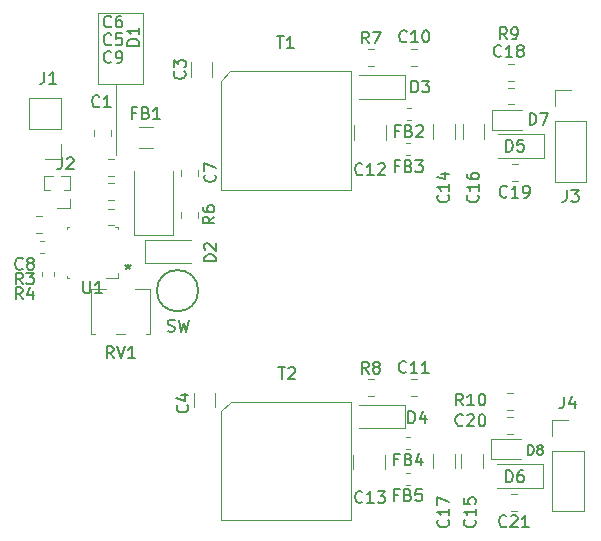
<source format=gbr>
G04 #@! TF.GenerationSoftware,KiCad,Pcbnew,5.1.5+dfsg1-2build2*
G04 #@! TF.CreationDate,2021-07-02T23:51:08+02:00*
G04 #@! TF.ProjectId,flyback_DCM,666c7962-6163-46b5-9f44-434d2e6b6963,rev?*
G04 #@! TF.SameCoordinates,Original*
G04 #@! TF.FileFunction,Legend,Top*
G04 #@! TF.FilePolarity,Positive*
%FSLAX46Y46*%
G04 Gerber Fmt 4.6, Leading zero omitted, Abs format (unit mm)*
G04 Created by KiCad (PCBNEW 5.1.5+dfsg1-2build2) date 2021-07-02 23:51:08*
%MOMM*%
%LPD*%
G04 APERTURE LIST*
%ADD10C,0.120000*%
%ADD11C,0.150000*%
G04 APERTURE END LIST*
D10*
X129000000Y-87000000D02*
X129000000Y-93000000D01*
X127500000Y-87000000D02*
X127500000Y-86750000D01*
X131250000Y-87000000D02*
X127500000Y-87000000D01*
X131250000Y-81000000D02*
X131250000Y-87000000D01*
X127500000Y-81000000D02*
X131250000Y-81000000D01*
X127500000Y-86750000D02*
X127500000Y-81000000D01*
X125110000Y-97510000D02*
X124000000Y-97510000D01*
X125110000Y-96750000D02*
X125110000Y-97510000D01*
X123436529Y-95990000D02*
X122890000Y-95990000D01*
X125110000Y-95990000D02*
X124563471Y-95990000D01*
X122890000Y-95990000D02*
X122890000Y-94785000D01*
X125110000Y-95990000D02*
X125110000Y-94785000D01*
X123692470Y-94785000D02*
X122890000Y-94785000D01*
X125110000Y-94785000D02*
X124307530Y-94785000D01*
X124330000Y-93370000D02*
X123000000Y-93370000D01*
X124330000Y-92040000D02*
X124330000Y-93370000D01*
X124330000Y-90770000D02*
X121670000Y-90770000D01*
X121670000Y-90770000D02*
X121670000Y-88170000D01*
X124330000Y-90770000D02*
X124330000Y-88170000D01*
X124330000Y-88170000D02*
X121670000Y-88170000D01*
X126862000Y-108120000D02*
X126862000Y-104380000D01*
X131902000Y-108120000D02*
X131902000Y-104380000D01*
X128142000Y-104380000D02*
X126862000Y-104380000D01*
X131902000Y-104380000D02*
X130622000Y-104380000D01*
X129742000Y-108120000D02*
X129022000Y-108120000D01*
X131902000Y-108120000D02*
X131522000Y-108120000D01*
X127242000Y-108120000D02*
X126862000Y-108120000D01*
X137874000Y-95985000D02*
X137874000Y-86715000D01*
X148874000Y-95985000D02*
X137874000Y-95985000D01*
X148874000Y-85915000D02*
X148874000Y-95985000D01*
X138674000Y-85915000D02*
X148874000Y-85915000D01*
X137874000Y-86715000D02*
X138674000Y-85915000D01*
X137900000Y-123940000D02*
X137900000Y-114670000D01*
X148900000Y-123940000D02*
X137900000Y-123940000D01*
X148900000Y-113870000D02*
X148900000Y-123940000D01*
X138700000Y-113870000D02*
X148900000Y-113870000D01*
X137900000Y-114670000D02*
X138700000Y-113870000D01*
X124849999Y-103200001D02*
X124849999Y-103400001D01*
X125049999Y-103400001D02*
X124849999Y-103400001D01*
X129150001Y-103400001D02*
X128150000Y-103400001D01*
X129150001Y-103000002D02*
X129150001Y-103400001D01*
X125049999Y-99099999D02*
X124849999Y-99099999D01*
X124849999Y-99099999D02*
X124849999Y-99299999D01*
X129150001Y-99099999D02*
X128950001Y-99099999D01*
X129150001Y-99099999D02*
X129150001Y-99299999D01*
X122740000Y-102874721D02*
X122740000Y-103200279D01*
X123760000Y-102874721D02*
X123760000Y-103200279D01*
X122875279Y-100240000D02*
X122549721Y-100240000D01*
X122875279Y-101260000D02*
X122549721Y-101260000D01*
X127148000Y-90841922D02*
X127148000Y-91359078D01*
X128568000Y-90841922D02*
X128568000Y-91359078D01*
X137160000Y-86352064D02*
X137160000Y-85147936D01*
X135340000Y-86352064D02*
X135340000Y-85147936D01*
X135590000Y-114352064D02*
X135590000Y-113147936D01*
X137410000Y-114352064D02*
X137410000Y-113147936D01*
X128800078Y-96812000D02*
X128282922Y-96812000D01*
X128800078Y-95392000D02*
X128282922Y-95392000D01*
X128800078Y-94780000D02*
X128282922Y-94780000D01*
X128800078Y-93360000D02*
X128282922Y-93360000D01*
X134514000Y-94758078D02*
X134514000Y-94240922D01*
X135934000Y-94758078D02*
X135934000Y-94240922D01*
X122704078Y-99606000D02*
X122186922Y-99606000D01*
X122704078Y-98186000D02*
X122186922Y-98186000D01*
X128800078Y-97540000D02*
X128282922Y-97540000D01*
X128800078Y-98960000D02*
X128282922Y-98960000D01*
X154508578Y-84040000D02*
X153991422Y-84040000D01*
X154508578Y-85460000D02*
X153991422Y-85460000D01*
X154471078Y-113410000D02*
X153953922Y-113410000D01*
X154471078Y-111990000D02*
X153953922Y-111990000D01*
X149140000Y-90497936D02*
X149140000Y-91702064D01*
X151860000Y-90497936D02*
X151860000Y-91702064D01*
X151810000Y-118397936D02*
X151810000Y-119602064D01*
X149090000Y-118397936D02*
X149090000Y-119602064D01*
X155840000Y-90397936D02*
X155840000Y-91602064D01*
X157660000Y-90397936D02*
X157660000Y-91602064D01*
X160060000Y-118297936D02*
X160060000Y-119502064D01*
X158240000Y-118297936D02*
X158240000Y-119502064D01*
X160160000Y-90397936D02*
X160160000Y-91602064D01*
X158340000Y-90397936D02*
X158340000Y-91602064D01*
X157660000Y-118297936D02*
X157660000Y-119502064D01*
X155840000Y-118297936D02*
X155840000Y-119502064D01*
X162178922Y-88710000D02*
X162696078Y-88710000D01*
X162178922Y-87290000D02*
X162696078Y-87290000D01*
X163008578Y-93790000D02*
X162491422Y-93790000D01*
X163008578Y-95210000D02*
X162491422Y-95210000D01*
X162128922Y-114610000D02*
X162646078Y-114610000D01*
X162128922Y-113190000D02*
X162646078Y-113190000D01*
X162946078Y-123110000D02*
X162428922Y-123110000D01*
X162946078Y-121690000D02*
X162428922Y-121690000D01*
X130526000Y-99788000D02*
X133826000Y-99788000D01*
X133826000Y-99788000D02*
X133826000Y-94388000D01*
X130526000Y-99788000D02*
X130526000Y-94388000D01*
X131450000Y-100182000D02*
X131450000Y-102182000D01*
X131450000Y-102182000D02*
X135350000Y-102182000D01*
X131450000Y-100182000D02*
X135350000Y-100182000D01*
X153500000Y-88250000D02*
X149600000Y-88250000D01*
X153500000Y-86250000D02*
X149600000Y-86250000D01*
X153500000Y-88250000D02*
X153500000Y-86250000D01*
X153450000Y-116150000D02*
X153450000Y-114150000D01*
X153450000Y-114150000D02*
X149550000Y-114150000D01*
X153450000Y-116150000D02*
X149550000Y-116150000D01*
X165250000Y-93250000D02*
X165250000Y-91250000D01*
X165250000Y-91250000D02*
X161350000Y-91250000D01*
X165250000Y-93250000D02*
X161350000Y-93250000D01*
X165150000Y-121200000D02*
X161250000Y-121200000D01*
X165150000Y-119200000D02*
X161250000Y-119200000D01*
X165150000Y-121200000D02*
X165150000Y-119200000D01*
X160800000Y-89150000D02*
X160800000Y-90850000D01*
X160800000Y-90850000D02*
X163350000Y-90850000D01*
X160800000Y-89150000D02*
X163350000Y-89150000D01*
X160750000Y-117050000D02*
X163300000Y-117050000D01*
X160750000Y-118750000D02*
X163300000Y-118750000D01*
X160750000Y-117050000D02*
X160750000Y-118750000D01*
X132140064Y-92440000D02*
X130935936Y-92440000D01*
X132140064Y-90620000D02*
X130935936Y-90620000D01*
X153950279Y-88990000D02*
X153624721Y-88990000D01*
X153950279Y-90010000D02*
X153624721Y-90010000D01*
X153912779Y-93010000D02*
X153587221Y-93010000D01*
X153912779Y-91990000D02*
X153587221Y-91990000D01*
X153900279Y-117910000D02*
X153574721Y-117910000D01*
X153900279Y-116890000D02*
X153574721Y-116890000D01*
X153862779Y-119890000D02*
X153537221Y-119890000D01*
X153862779Y-120910000D02*
X153537221Y-120910000D01*
X166170000Y-87530000D02*
X167500000Y-87530000D01*
X166170000Y-88860000D02*
X166170000Y-87530000D01*
X166170000Y-90130000D02*
X168830000Y-90130000D01*
X168830000Y-90130000D02*
X168830000Y-95270000D01*
X166170000Y-90130000D02*
X166170000Y-95270000D01*
X166170000Y-95270000D02*
X168830000Y-95270000D01*
X165920000Y-123170000D02*
X168580000Y-123170000D01*
X165920000Y-118030000D02*
X165920000Y-123170000D01*
X168580000Y-118030000D02*
X168580000Y-123170000D01*
X165920000Y-118030000D02*
X168580000Y-118030000D01*
X165920000Y-116760000D02*
X165920000Y-115430000D01*
X165920000Y-115430000D02*
X167250000Y-115430000D01*
X135934000Y-97796922D02*
X135934000Y-98314078D01*
X134514000Y-97796922D02*
X134514000Y-98314078D01*
X150303922Y-84040000D02*
X150821078Y-84040000D01*
X150303922Y-85460000D02*
X150821078Y-85460000D01*
X150291422Y-111990000D02*
X150808578Y-111990000D01*
X150291422Y-113410000D02*
X150808578Y-113410000D01*
X162696078Y-85290000D02*
X162178922Y-85290000D01*
X162696078Y-86710000D02*
X162178922Y-86710000D01*
X162646078Y-115190000D02*
X162128922Y-115190000D01*
X162646078Y-116610000D02*
X162128922Y-116610000D01*
D11*
X135958000Y-104484000D02*
G75*
G03X135958000Y-104484000I-1750000J0D01*
G01*
X124416666Y-93202380D02*
X124416666Y-93916666D01*
X124369047Y-94059523D01*
X124273809Y-94154761D01*
X124130952Y-94202380D01*
X124035714Y-94202380D01*
X124845238Y-93297619D02*
X124892857Y-93250000D01*
X124988095Y-93202380D01*
X125226190Y-93202380D01*
X125321428Y-93250000D01*
X125369047Y-93297619D01*
X125416666Y-93392857D01*
X125416666Y-93488095D01*
X125369047Y-93630952D01*
X124797619Y-94202380D01*
X125416666Y-94202380D01*
X122916666Y-85952380D02*
X122916666Y-86666666D01*
X122869047Y-86809523D01*
X122773809Y-86904761D01*
X122630952Y-86952380D01*
X122535714Y-86952380D01*
X123916666Y-86952380D02*
X123345238Y-86952380D01*
X123630952Y-86952380D02*
X123630952Y-85952380D01*
X123535714Y-86095238D01*
X123440476Y-86190476D01*
X123345238Y-86238095D01*
X128786761Y-110202380D02*
X128453428Y-109726190D01*
X128215333Y-110202380D02*
X128215333Y-109202380D01*
X128596285Y-109202380D01*
X128691523Y-109250000D01*
X128739142Y-109297619D01*
X128786761Y-109392857D01*
X128786761Y-109535714D01*
X128739142Y-109630952D01*
X128691523Y-109678571D01*
X128596285Y-109726190D01*
X128215333Y-109726190D01*
X129072476Y-109202380D02*
X129405809Y-110202380D01*
X129739142Y-109202380D01*
X130596285Y-110202380D02*
X130024857Y-110202380D01*
X130310571Y-110202380D02*
X130310571Y-109202380D01*
X130215333Y-109345238D01*
X130120095Y-109440476D01*
X130024857Y-109488095D01*
X142612095Y-82952380D02*
X143183523Y-82952380D01*
X142897809Y-83952380D02*
X142897809Y-82952380D01*
X144040666Y-83952380D02*
X143469238Y-83952380D01*
X143754952Y-83952380D02*
X143754952Y-82952380D01*
X143659714Y-83095238D01*
X143564476Y-83190476D01*
X143469238Y-83238095D01*
X142738095Y-110952380D02*
X143309523Y-110952380D01*
X143023809Y-111952380D02*
X143023809Y-110952380D01*
X143595238Y-111047619D02*
X143642857Y-111000000D01*
X143738095Y-110952380D01*
X143976190Y-110952380D01*
X144071428Y-111000000D01*
X144119047Y-111047619D01*
X144166666Y-111142857D01*
X144166666Y-111238095D01*
X144119047Y-111380952D01*
X143547619Y-111952380D01*
X144166666Y-111952380D01*
X126238095Y-103702380D02*
X126238095Y-104511904D01*
X126285714Y-104607142D01*
X126333333Y-104654761D01*
X126428571Y-104702380D01*
X126619047Y-104702380D01*
X126714285Y-104654761D01*
X126761904Y-104607142D01*
X126809523Y-104511904D01*
X126809523Y-103702380D01*
X127809523Y-104702380D02*
X127238095Y-104702380D01*
X127523809Y-104702380D02*
X127523809Y-103702380D01*
X127428571Y-103845238D01*
X127333333Y-103940476D01*
X127238095Y-103988095D01*
X130000000Y-102202380D02*
X130000000Y-102440476D01*
X129761904Y-102345238D02*
X130000000Y-102440476D01*
X130238095Y-102345238D01*
X129857142Y-102630952D02*
X130000000Y-102440476D01*
X130142857Y-102630952D01*
X121083333Y-105202380D02*
X120750000Y-104726190D01*
X120511904Y-105202380D02*
X120511904Y-104202380D01*
X120892857Y-104202380D01*
X120988095Y-104250000D01*
X121035714Y-104297619D01*
X121083333Y-104392857D01*
X121083333Y-104535714D01*
X121035714Y-104630952D01*
X120988095Y-104678571D01*
X120892857Y-104726190D01*
X120511904Y-104726190D01*
X121940476Y-104535714D02*
X121940476Y-105202380D01*
X121702380Y-104154761D02*
X121464285Y-104869047D01*
X122083333Y-104869047D01*
X121083333Y-103952380D02*
X120750000Y-103476190D01*
X120511904Y-103952380D02*
X120511904Y-102952380D01*
X120892857Y-102952380D01*
X120988095Y-103000000D01*
X121035714Y-103047619D01*
X121083333Y-103142857D01*
X121083333Y-103285714D01*
X121035714Y-103380952D01*
X120988095Y-103428571D01*
X120892857Y-103476190D01*
X120511904Y-103476190D01*
X121416666Y-102952380D02*
X122035714Y-102952380D01*
X121702380Y-103333333D01*
X121845238Y-103333333D01*
X121940476Y-103380952D01*
X121988095Y-103428571D01*
X122035714Y-103523809D01*
X122035714Y-103761904D01*
X121988095Y-103857142D01*
X121940476Y-103904761D01*
X121845238Y-103952380D01*
X121559523Y-103952380D01*
X121464285Y-103904761D01*
X121416666Y-103857142D01*
X127583333Y-88857142D02*
X127535714Y-88904761D01*
X127392857Y-88952380D01*
X127297619Y-88952380D01*
X127154761Y-88904761D01*
X127059523Y-88809523D01*
X127011904Y-88714285D01*
X126964285Y-88523809D01*
X126964285Y-88380952D01*
X127011904Y-88190476D01*
X127059523Y-88095238D01*
X127154761Y-88000000D01*
X127297619Y-87952380D01*
X127392857Y-87952380D01*
X127535714Y-88000000D01*
X127583333Y-88047619D01*
X128535714Y-88952380D02*
X127964285Y-88952380D01*
X128250000Y-88952380D02*
X128250000Y-87952380D01*
X128154761Y-88095238D01*
X128059523Y-88190476D01*
X127964285Y-88238095D01*
X134787142Y-85916666D02*
X134834761Y-85964285D01*
X134882380Y-86107142D01*
X134882380Y-86202380D01*
X134834761Y-86345238D01*
X134739523Y-86440476D01*
X134644285Y-86488095D01*
X134453809Y-86535714D01*
X134310952Y-86535714D01*
X134120476Y-86488095D01*
X134025238Y-86440476D01*
X133930000Y-86345238D01*
X133882380Y-86202380D01*
X133882380Y-86107142D01*
X133930000Y-85964285D01*
X133977619Y-85916666D01*
X133882380Y-85583333D02*
X133882380Y-84964285D01*
X134263333Y-85297619D01*
X134263333Y-85154761D01*
X134310952Y-85059523D01*
X134358571Y-85011904D01*
X134453809Y-84964285D01*
X134691904Y-84964285D01*
X134787142Y-85011904D01*
X134834761Y-85059523D01*
X134882380Y-85154761D01*
X134882380Y-85440476D01*
X134834761Y-85535714D01*
X134787142Y-85583333D01*
X135037142Y-114166666D02*
X135084761Y-114214285D01*
X135132380Y-114357142D01*
X135132380Y-114452380D01*
X135084761Y-114595238D01*
X134989523Y-114690476D01*
X134894285Y-114738095D01*
X134703809Y-114785714D01*
X134560952Y-114785714D01*
X134370476Y-114738095D01*
X134275238Y-114690476D01*
X134180000Y-114595238D01*
X134132380Y-114452380D01*
X134132380Y-114357142D01*
X134180000Y-114214285D01*
X134227619Y-114166666D01*
X134465714Y-113309523D02*
X135132380Y-113309523D01*
X134084761Y-113547619D02*
X134799047Y-113785714D01*
X134799047Y-113166666D01*
X128583333Y-83607142D02*
X128535714Y-83654761D01*
X128392857Y-83702380D01*
X128297619Y-83702380D01*
X128154761Y-83654761D01*
X128059523Y-83559523D01*
X128011904Y-83464285D01*
X127964285Y-83273809D01*
X127964285Y-83130952D01*
X128011904Y-82940476D01*
X128059523Y-82845238D01*
X128154761Y-82750000D01*
X128297619Y-82702380D01*
X128392857Y-82702380D01*
X128535714Y-82750000D01*
X128583333Y-82797619D01*
X129488095Y-82702380D02*
X129011904Y-82702380D01*
X128964285Y-83178571D01*
X129011904Y-83130952D01*
X129107142Y-83083333D01*
X129345238Y-83083333D01*
X129440476Y-83130952D01*
X129488095Y-83178571D01*
X129535714Y-83273809D01*
X129535714Y-83511904D01*
X129488095Y-83607142D01*
X129440476Y-83654761D01*
X129345238Y-83702380D01*
X129107142Y-83702380D01*
X129011904Y-83654761D01*
X128964285Y-83607142D01*
X128583333Y-82107142D02*
X128535714Y-82154761D01*
X128392857Y-82202380D01*
X128297619Y-82202380D01*
X128154761Y-82154761D01*
X128059523Y-82059523D01*
X128011904Y-81964285D01*
X127964285Y-81773809D01*
X127964285Y-81630952D01*
X128011904Y-81440476D01*
X128059523Y-81345238D01*
X128154761Y-81250000D01*
X128297619Y-81202380D01*
X128392857Y-81202380D01*
X128535714Y-81250000D01*
X128583333Y-81297619D01*
X129440476Y-81202380D02*
X129250000Y-81202380D01*
X129154761Y-81250000D01*
X129107142Y-81297619D01*
X129011904Y-81440476D01*
X128964285Y-81630952D01*
X128964285Y-82011904D01*
X129011904Y-82107142D01*
X129059523Y-82154761D01*
X129154761Y-82202380D01*
X129345238Y-82202380D01*
X129440476Y-82154761D01*
X129488095Y-82107142D01*
X129535714Y-82011904D01*
X129535714Y-81773809D01*
X129488095Y-81678571D01*
X129440476Y-81630952D01*
X129345238Y-81583333D01*
X129154761Y-81583333D01*
X129059523Y-81630952D01*
X129011904Y-81678571D01*
X128964285Y-81773809D01*
X137357142Y-94666666D02*
X137404761Y-94714285D01*
X137452380Y-94857142D01*
X137452380Y-94952380D01*
X137404761Y-95095238D01*
X137309523Y-95190476D01*
X137214285Y-95238095D01*
X137023809Y-95285714D01*
X136880952Y-95285714D01*
X136690476Y-95238095D01*
X136595238Y-95190476D01*
X136500000Y-95095238D01*
X136452380Y-94952380D01*
X136452380Y-94857142D01*
X136500000Y-94714285D01*
X136547619Y-94666666D01*
X136452380Y-94333333D02*
X136452380Y-93666666D01*
X137452380Y-94095238D01*
X121083333Y-102607142D02*
X121035714Y-102654761D01*
X120892857Y-102702380D01*
X120797619Y-102702380D01*
X120654761Y-102654761D01*
X120559523Y-102559523D01*
X120511904Y-102464285D01*
X120464285Y-102273809D01*
X120464285Y-102130952D01*
X120511904Y-101940476D01*
X120559523Y-101845238D01*
X120654761Y-101750000D01*
X120797619Y-101702380D01*
X120892857Y-101702380D01*
X121035714Y-101750000D01*
X121083333Y-101797619D01*
X121654761Y-102130952D02*
X121559523Y-102083333D01*
X121511904Y-102035714D01*
X121464285Y-101940476D01*
X121464285Y-101892857D01*
X121511904Y-101797619D01*
X121559523Y-101750000D01*
X121654761Y-101702380D01*
X121845238Y-101702380D01*
X121940476Y-101750000D01*
X121988095Y-101797619D01*
X122035714Y-101892857D01*
X122035714Y-101940476D01*
X121988095Y-102035714D01*
X121940476Y-102083333D01*
X121845238Y-102130952D01*
X121654761Y-102130952D01*
X121559523Y-102178571D01*
X121511904Y-102226190D01*
X121464285Y-102321428D01*
X121464285Y-102511904D01*
X121511904Y-102607142D01*
X121559523Y-102654761D01*
X121654761Y-102702380D01*
X121845238Y-102702380D01*
X121940476Y-102654761D01*
X121988095Y-102607142D01*
X122035714Y-102511904D01*
X122035714Y-102321428D01*
X121988095Y-102226190D01*
X121940476Y-102178571D01*
X121845238Y-102130952D01*
X128583333Y-85107142D02*
X128535714Y-85154761D01*
X128392857Y-85202380D01*
X128297619Y-85202380D01*
X128154761Y-85154761D01*
X128059523Y-85059523D01*
X128011904Y-84964285D01*
X127964285Y-84773809D01*
X127964285Y-84630952D01*
X128011904Y-84440476D01*
X128059523Y-84345238D01*
X128154761Y-84250000D01*
X128297619Y-84202380D01*
X128392857Y-84202380D01*
X128535714Y-84250000D01*
X128583333Y-84297619D01*
X129059523Y-85202380D02*
X129250000Y-85202380D01*
X129345238Y-85154761D01*
X129392857Y-85107142D01*
X129488095Y-84964285D01*
X129535714Y-84773809D01*
X129535714Y-84392857D01*
X129488095Y-84297619D01*
X129440476Y-84250000D01*
X129345238Y-84202380D01*
X129154761Y-84202380D01*
X129059523Y-84250000D01*
X129011904Y-84297619D01*
X128964285Y-84392857D01*
X128964285Y-84630952D01*
X129011904Y-84726190D01*
X129059523Y-84773809D01*
X129154761Y-84821428D01*
X129345238Y-84821428D01*
X129440476Y-84773809D01*
X129488095Y-84726190D01*
X129535714Y-84630952D01*
X153607142Y-83357142D02*
X153559523Y-83404761D01*
X153416666Y-83452380D01*
X153321428Y-83452380D01*
X153178571Y-83404761D01*
X153083333Y-83309523D01*
X153035714Y-83214285D01*
X152988095Y-83023809D01*
X152988095Y-82880952D01*
X153035714Y-82690476D01*
X153083333Y-82595238D01*
X153178571Y-82500000D01*
X153321428Y-82452380D01*
X153416666Y-82452380D01*
X153559523Y-82500000D01*
X153607142Y-82547619D01*
X154559523Y-83452380D02*
X153988095Y-83452380D01*
X154273809Y-83452380D02*
X154273809Y-82452380D01*
X154178571Y-82595238D01*
X154083333Y-82690476D01*
X153988095Y-82738095D01*
X155178571Y-82452380D02*
X155273809Y-82452380D01*
X155369047Y-82500000D01*
X155416666Y-82547619D01*
X155464285Y-82642857D01*
X155511904Y-82833333D01*
X155511904Y-83071428D01*
X155464285Y-83261904D01*
X155416666Y-83357142D01*
X155369047Y-83404761D01*
X155273809Y-83452380D01*
X155178571Y-83452380D01*
X155083333Y-83404761D01*
X155035714Y-83357142D01*
X154988095Y-83261904D01*
X154940476Y-83071428D01*
X154940476Y-82833333D01*
X154988095Y-82642857D01*
X155035714Y-82547619D01*
X155083333Y-82500000D01*
X155178571Y-82452380D01*
X153569642Y-111357142D02*
X153522023Y-111404761D01*
X153379166Y-111452380D01*
X153283928Y-111452380D01*
X153141071Y-111404761D01*
X153045833Y-111309523D01*
X152998214Y-111214285D01*
X152950595Y-111023809D01*
X152950595Y-110880952D01*
X152998214Y-110690476D01*
X153045833Y-110595238D01*
X153141071Y-110500000D01*
X153283928Y-110452380D01*
X153379166Y-110452380D01*
X153522023Y-110500000D01*
X153569642Y-110547619D01*
X154522023Y-111452380D02*
X153950595Y-111452380D01*
X154236309Y-111452380D02*
X154236309Y-110452380D01*
X154141071Y-110595238D01*
X154045833Y-110690476D01*
X153950595Y-110738095D01*
X155474404Y-111452380D02*
X154902976Y-111452380D01*
X155188690Y-111452380D02*
X155188690Y-110452380D01*
X155093452Y-110595238D01*
X154998214Y-110690476D01*
X154902976Y-110738095D01*
X149857142Y-94607142D02*
X149809523Y-94654761D01*
X149666666Y-94702380D01*
X149571428Y-94702380D01*
X149428571Y-94654761D01*
X149333333Y-94559523D01*
X149285714Y-94464285D01*
X149238095Y-94273809D01*
X149238095Y-94130952D01*
X149285714Y-93940476D01*
X149333333Y-93845238D01*
X149428571Y-93750000D01*
X149571428Y-93702380D01*
X149666666Y-93702380D01*
X149809523Y-93750000D01*
X149857142Y-93797619D01*
X150809523Y-94702380D02*
X150238095Y-94702380D01*
X150523809Y-94702380D02*
X150523809Y-93702380D01*
X150428571Y-93845238D01*
X150333333Y-93940476D01*
X150238095Y-93988095D01*
X151190476Y-93797619D02*
X151238095Y-93750000D01*
X151333333Y-93702380D01*
X151571428Y-93702380D01*
X151666666Y-93750000D01*
X151714285Y-93797619D01*
X151761904Y-93892857D01*
X151761904Y-93988095D01*
X151714285Y-94130952D01*
X151142857Y-94702380D01*
X151761904Y-94702380D01*
X149857142Y-122357142D02*
X149809523Y-122404761D01*
X149666666Y-122452380D01*
X149571428Y-122452380D01*
X149428571Y-122404761D01*
X149333333Y-122309523D01*
X149285714Y-122214285D01*
X149238095Y-122023809D01*
X149238095Y-121880952D01*
X149285714Y-121690476D01*
X149333333Y-121595238D01*
X149428571Y-121500000D01*
X149571428Y-121452380D01*
X149666666Y-121452380D01*
X149809523Y-121500000D01*
X149857142Y-121547619D01*
X150809523Y-122452380D02*
X150238095Y-122452380D01*
X150523809Y-122452380D02*
X150523809Y-121452380D01*
X150428571Y-121595238D01*
X150333333Y-121690476D01*
X150238095Y-121738095D01*
X151142857Y-121452380D02*
X151761904Y-121452380D01*
X151428571Y-121833333D01*
X151571428Y-121833333D01*
X151666666Y-121880952D01*
X151714285Y-121928571D01*
X151761904Y-122023809D01*
X151761904Y-122261904D01*
X151714285Y-122357142D01*
X151666666Y-122404761D01*
X151571428Y-122452380D01*
X151285714Y-122452380D01*
X151190476Y-122404761D01*
X151142857Y-122357142D01*
X157107142Y-96392857D02*
X157154761Y-96440476D01*
X157202380Y-96583333D01*
X157202380Y-96678571D01*
X157154761Y-96821428D01*
X157059523Y-96916666D01*
X156964285Y-96964285D01*
X156773809Y-97011904D01*
X156630952Y-97011904D01*
X156440476Y-96964285D01*
X156345238Y-96916666D01*
X156250000Y-96821428D01*
X156202380Y-96678571D01*
X156202380Y-96583333D01*
X156250000Y-96440476D01*
X156297619Y-96392857D01*
X157202380Y-95440476D02*
X157202380Y-96011904D01*
X157202380Y-95726190D02*
X156202380Y-95726190D01*
X156345238Y-95821428D01*
X156440476Y-95916666D01*
X156488095Y-96011904D01*
X156535714Y-94583333D02*
X157202380Y-94583333D01*
X156154761Y-94821428D02*
X156869047Y-95059523D01*
X156869047Y-94440476D01*
X159357142Y-123892857D02*
X159404761Y-123940476D01*
X159452380Y-124083333D01*
X159452380Y-124178571D01*
X159404761Y-124321428D01*
X159309523Y-124416666D01*
X159214285Y-124464285D01*
X159023809Y-124511904D01*
X158880952Y-124511904D01*
X158690476Y-124464285D01*
X158595238Y-124416666D01*
X158500000Y-124321428D01*
X158452380Y-124178571D01*
X158452380Y-124083333D01*
X158500000Y-123940476D01*
X158547619Y-123892857D01*
X159452380Y-122940476D02*
X159452380Y-123511904D01*
X159452380Y-123226190D02*
X158452380Y-123226190D01*
X158595238Y-123321428D01*
X158690476Y-123416666D01*
X158738095Y-123511904D01*
X158452380Y-122035714D02*
X158452380Y-122511904D01*
X158928571Y-122559523D01*
X158880952Y-122511904D01*
X158833333Y-122416666D01*
X158833333Y-122178571D01*
X158880952Y-122083333D01*
X158928571Y-122035714D01*
X159023809Y-121988095D01*
X159261904Y-121988095D01*
X159357142Y-122035714D01*
X159404761Y-122083333D01*
X159452380Y-122178571D01*
X159452380Y-122416666D01*
X159404761Y-122511904D01*
X159357142Y-122559523D01*
X159607142Y-96392857D02*
X159654761Y-96440476D01*
X159702380Y-96583333D01*
X159702380Y-96678571D01*
X159654761Y-96821428D01*
X159559523Y-96916666D01*
X159464285Y-96964285D01*
X159273809Y-97011904D01*
X159130952Y-97011904D01*
X158940476Y-96964285D01*
X158845238Y-96916666D01*
X158750000Y-96821428D01*
X158702380Y-96678571D01*
X158702380Y-96583333D01*
X158750000Y-96440476D01*
X158797619Y-96392857D01*
X159702380Y-95440476D02*
X159702380Y-96011904D01*
X159702380Y-95726190D02*
X158702380Y-95726190D01*
X158845238Y-95821428D01*
X158940476Y-95916666D01*
X158988095Y-96011904D01*
X158702380Y-94583333D02*
X158702380Y-94773809D01*
X158750000Y-94869047D01*
X158797619Y-94916666D01*
X158940476Y-95011904D01*
X159130952Y-95059523D01*
X159511904Y-95059523D01*
X159607142Y-95011904D01*
X159654761Y-94964285D01*
X159702380Y-94869047D01*
X159702380Y-94678571D01*
X159654761Y-94583333D01*
X159607142Y-94535714D01*
X159511904Y-94488095D01*
X159273809Y-94488095D01*
X159178571Y-94535714D01*
X159130952Y-94583333D01*
X159083333Y-94678571D01*
X159083333Y-94869047D01*
X159130952Y-94964285D01*
X159178571Y-95011904D01*
X159273809Y-95059523D01*
X157107142Y-123892857D02*
X157154761Y-123940476D01*
X157202380Y-124083333D01*
X157202380Y-124178571D01*
X157154761Y-124321428D01*
X157059523Y-124416666D01*
X156964285Y-124464285D01*
X156773809Y-124511904D01*
X156630952Y-124511904D01*
X156440476Y-124464285D01*
X156345238Y-124416666D01*
X156250000Y-124321428D01*
X156202380Y-124178571D01*
X156202380Y-124083333D01*
X156250000Y-123940476D01*
X156297619Y-123892857D01*
X157202380Y-122940476D02*
X157202380Y-123511904D01*
X157202380Y-123226190D02*
X156202380Y-123226190D01*
X156345238Y-123321428D01*
X156440476Y-123416666D01*
X156488095Y-123511904D01*
X156202380Y-122607142D02*
X156202380Y-121940476D01*
X157202380Y-122369047D01*
X161607142Y-84607142D02*
X161559523Y-84654761D01*
X161416666Y-84702380D01*
X161321428Y-84702380D01*
X161178571Y-84654761D01*
X161083333Y-84559523D01*
X161035714Y-84464285D01*
X160988095Y-84273809D01*
X160988095Y-84130952D01*
X161035714Y-83940476D01*
X161083333Y-83845238D01*
X161178571Y-83750000D01*
X161321428Y-83702380D01*
X161416666Y-83702380D01*
X161559523Y-83750000D01*
X161607142Y-83797619D01*
X162559523Y-84702380D02*
X161988095Y-84702380D01*
X162273809Y-84702380D02*
X162273809Y-83702380D01*
X162178571Y-83845238D01*
X162083333Y-83940476D01*
X161988095Y-83988095D01*
X163130952Y-84130952D02*
X163035714Y-84083333D01*
X162988095Y-84035714D01*
X162940476Y-83940476D01*
X162940476Y-83892857D01*
X162988095Y-83797619D01*
X163035714Y-83750000D01*
X163130952Y-83702380D01*
X163321428Y-83702380D01*
X163416666Y-83750000D01*
X163464285Y-83797619D01*
X163511904Y-83892857D01*
X163511904Y-83940476D01*
X163464285Y-84035714D01*
X163416666Y-84083333D01*
X163321428Y-84130952D01*
X163130952Y-84130952D01*
X163035714Y-84178571D01*
X162988095Y-84226190D01*
X162940476Y-84321428D01*
X162940476Y-84511904D01*
X162988095Y-84607142D01*
X163035714Y-84654761D01*
X163130952Y-84702380D01*
X163321428Y-84702380D01*
X163416666Y-84654761D01*
X163464285Y-84607142D01*
X163511904Y-84511904D01*
X163511904Y-84321428D01*
X163464285Y-84226190D01*
X163416666Y-84178571D01*
X163321428Y-84130952D01*
X162107142Y-96507142D02*
X162059523Y-96554761D01*
X161916666Y-96602380D01*
X161821428Y-96602380D01*
X161678571Y-96554761D01*
X161583333Y-96459523D01*
X161535714Y-96364285D01*
X161488095Y-96173809D01*
X161488095Y-96030952D01*
X161535714Y-95840476D01*
X161583333Y-95745238D01*
X161678571Y-95650000D01*
X161821428Y-95602380D01*
X161916666Y-95602380D01*
X162059523Y-95650000D01*
X162107142Y-95697619D01*
X163059523Y-96602380D02*
X162488095Y-96602380D01*
X162773809Y-96602380D02*
X162773809Y-95602380D01*
X162678571Y-95745238D01*
X162583333Y-95840476D01*
X162488095Y-95888095D01*
X163535714Y-96602380D02*
X163726190Y-96602380D01*
X163821428Y-96554761D01*
X163869047Y-96507142D01*
X163964285Y-96364285D01*
X164011904Y-96173809D01*
X164011904Y-95792857D01*
X163964285Y-95697619D01*
X163916666Y-95650000D01*
X163821428Y-95602380D01*
X163630952Y-95602380D01*
X163535714Y-95650000D01*
X163488095Y-95697619D01*
X163440476Y-95792857D01*
X163440476Y-96030952D01*
X163488095Y-96126190D01*
X163535714Y-96173809D01*
X163630952Y-96221428D01*
X163821428Y-96221428D01*
X163916666Y-96173809D01*
X163964285Y-96126190D01*
X164011904Y-96030952D01*
X158357142Y-115857142D02*
X158309523Y-115904761D01*
X158166666Y-115952380D01*
X158071428Y-115952380D01*
X157928571Y-115904761D01*
X157833333Y-115809523D01*
X157785714Y-115714285D01*
X157738095Y-115523809D01*
X157738095Y-115380952D01*
X157785714Y-115190476D01*
X157833333Y-115095238D01*
X157928571Y-115000000D01*
X158071428Y-114952380D01*
X158166666Y-114952380D01*
X158309523Y-115000000D01*
X158357142Y-115047619D01*
X158738095Y-115047619D02*
X158785714Y-115000000D01*
X158880952Y-114952380D01*
X159119047Y-114952380D01*
X159214285Y-115000000D01*
X159261904Y-115047619D01*
X159309523Y-115142857D01*
X159309523Y-115238095D01*
X159261904Y-115380952D01*
X158690476Y-115952380D01*
X159309523Y-115952380D01*
X159928571Y-114952380D02*
X160023809Y-114952380D01*
X160119047Y-115000000D01*
X160166666Y-115047619D01*
X160214285Y-115142857D01*
X160261904Y-115333333D01*
X160261904Y-115571428D01*
X160214285Y-115761904D01*
X160166666Y-115857142D01*
X160119047Y-115904761D01*
X160023809Y-115952380D01*
X159928571Y-115952380D01*
X159833333Y-115904761D01*
X159785714Y-115857142D01*
X159738095Y-115761904D01*
X159690476Y-115571428D01*
X159690476Y-115333333D01*
X159738095Y-115142857D01*
X159785714Y-115047619D01*
X159833333Y-115000000D01*
X159928571Y-114952380D01*
X162044642Y-124407142D02*
X161997023Y-124454761D01*
X161854166Y-124502380D01*
X161758928Y-124502380D01*
X161616071Y-124454761D01*
X161520833Y-124359523D01*
X161473214Y-124264285D01*
X161425595Y-124073809D01*
X161425595Y-123930952D01*
X161473214Y-123740476D01*
X161520833Y-123645238D01*
X161616071Y-123550000D01*
X161758928Y-123502380D01*
X161854166Y-123502380D01*
X161997023Y-123550000D01*
X162044642Y-123597619D01*
X162425595Y-123597619D02*
X162473214Y-123550000D01*
X162568452Y-123502380D01*
X162806547Y-123502380D01*
X162901785Y-123550000D01*
X162949404Y-123597619D01*
X162997023Y-123692857D01*
X162997023Y-123788095D01*
X162949404Y-123930952D01*
X162377976Y-124502380D01*
X162997023Y-124502380D01*
X163949404Y-124502380D02*
X163377976Y-124502380D01*
X163663690Y-124502380D02*
X163663690Y-123502380D01*
X163568452Y-123645238D01*
X163473214Y-123740476D01*
X163377976Y-123788095D01*
X130952380Y-83738095D02*
X129952380Y-83738095D01*
X129952380Y-83500000D01*
X130000000Y-83357142D01*
X130095238Y-83261904D01*
X130190476Y-83214285D01*
X130380952Y-83166666D01*
X130523809Y-83166666D01*
X130714285Y-83214285D01*
X130809523Y-83261904D01*
X130904761Y-83357142D01*
X130952380Y-83500000D01*
X130952380Y-83738095D01*
X130952380Y-82214285D02*
X130952380Y-82785714D01*
X130952380Y-82500000D02*
X129952380Y-82500000D01*
X130095238Y-82595238D01*
X130190476Y-82690476D01*
X130238095Y-82785714D01*
X137452380Y-101988095D02*
X136452380Y-101988095D01*
X136452380Y-101750000D01*
X136500000Y-101607142D01*
X136595238Y-101511904D01*
X136690476Y-101464285D01*
X136880952Y-101416666D01*
X137023809Y-101416666D01*
X137214285Y-101464285D01*
X137309523Y-101511904D01*
X137404761Y-101607142D01*
X137452380Y-101750000D01*
X137452380Y-101988095D01*
X136547619Y-101035714D02*
X136500000Y-100988095D01*
X136452380Y-100892857D01*
X136452380Y-100654761D01*
X136500000Y-100559523D01*
X136547619Y-100511904D01*
X136642857Y-100464285D01*
X136738095Y-100464285D01*
X136880952Y-100511904D01*
X137452380Y-101083333D01*
X137452380Y-100464285D01*
X154011904Y-87702380D02*
X154011904Y-86702380D01*
X154250000Y-86702380D01*
X154392857Y-86750000D01*
X154488095Y-86845238D01*
X154535714Y-86940476D01*
X154583333Y-87130952D01*
X154583333Y-87273809D01*
X154535714Y-87464285D01*
X154488095Y-87559523D01*
X154392857Y-87654761D01*
X154250000Y-87702380D01*
X154011904Y-87702380D01*
X154916666Y-86702380D02*
X155535714Y-86702380D01*
X155202380Y-87083333D01*
X155345238Y-87083333D01*
X155440476Y-87130952D01*
X155488095Y-87178571D01*
X155535714Y-87273809D01*
X155535714Y-87511904D01*
X155488095Y-87607142D01*
X155440476Y-87654761D01*
X155345238Y-87702380D01*
X155059523Y-87702380D01*
X154964285Y-87654761D01*
X154916666Y-87607142D01*
X153761904Y-115702380D02*
X153761904Y-114702380D01*
X154000000Y-114702380D01*
X154142857Y-114750000D01*
X154238095Y-114845238D01*
X154285714Y-114940476D01*
X154333333Y-115130952D01*
X154333333Y-115273809D01*
X154285714Y-115464285D01*
X154238095Y-115559523D01*
X154142857Y-115654761D01*
X154000000Y-115702380D01*
X153761904Y-115702380D01*
X155190476Y-115035714D02*
X155190476Y-115702380D01*
X154952380Y-114654761D02*
X154714285Y-115369047D01*
X155333333Y-115369047D01*
X162011904Y-92702380D02*
X162011904Y-91702380D01*
X162250000Y-91702380D01*
X162392857Y-91750000D01*
X162488095Y-91845238D01*
X162535714Y-91940476D01*
X162583333Y-92130952D01*
X162583333Y-92273809D01*
X162535714Y-92464285D01*
X162488095Y-92559523D01*
X162392857Y-92654761D01*
X162250000Y-92702380D01*
X162011904Y-92702380D01*
X163488095Y-91702380D02*
X163011904Y-91702380D01*
X162964285Y-92178571D01*
X163011904Y-92130952D01*
X163107142Y-92083333D01*
X163345238Y-92083333D01*
X163440476Y-92130952D01*
X163488095Y-92178571D01*
X163535714Y-92273809D01*
X163535714Y-92511904D01*
X163488095Y-92607142D01*
X163440476Y-92654761D01*
X163345238Y-92702380D01*
X163107142Y-92702380D01*
X163011904Y-92654761D01*
X162964285Y-92607142D01*
X162011904Y-120702380D02*
X162011904Y-119702380D01*
X162250000Y-119702380D01*
X162392857Y-119750000D01*
X162488095Y-119845238D01*
X162535714Y-119940476D01*
X162583333Y-120130952D01*
X162583333Y-120273809D01*
X162535714Y-120464285D01*
X162488095Y-120559523D01*
X162392857Y-120654761D01*
X162250000Y-120702380D01*
X162011904Y-120702380D01*
X163440476Y-119702380D02*
X163250000Y-119702380D01*
X163154761Y-119750000D01*
X163107142Y-119797619D01*
X163011904Y-119940476D01*
X162964285Y-120130952D01*
X162964285Y-120511904D01*
X163011904Y-120607142D01*
X163059523Y-120654761D01*
X163154761Y-120702380D01*
X163345238Y-120702380D01*
X163440476Y-120654761D01*
X163488095Y-120607142D01*
X163535714Y-120511904D01*
X163535714Y-120273809D01*
X163488095Y-120178571D01*
X163440476Y-120130952D01*
X163345238Y-120083333D01*
X163154761Y-120083333D01*
X163059523Y-120130952D01*
X163011904Y-120178571D01*
X162964285Y-120273809D01*
X164011904Y-90452380D02*
X164011904Y-89452380D01*
X164250000Y-89452380D01*
X164392857Y-89500000D01*
X164488095Y-89595238D01*
X164535714Y-89690476D01*
X164583333Y-89880952D01*
X164583333Y-90023809D01*
X164535714Y-90214285D01*
X164488095Y-90309523D01*
X164392857Y-90404761D01*
X164250000Y-90452380D01*
X164011904Y-90452380D01*
X164916666Y-89452380D02*
X165583333Y-89452380D01*
X165154761Y-90452380D01*
X163909523Y-118361904D02*
X163909523Y-117561904D01*
X164100000Y-117561904D01*
X164214285Y-117600000D01*
X164290476Y-117676190D01*
X164328571Y-117752380D01*
X164366666Y-117904761D01*
X164366666Y-118019047D01*
X164328571Y-118171428D01*
X164290476Y-118247619D01*
X164214285Y-118323809D01*
X164100000Y-118361904D01*
X163909523Y-118361904D01*
X164823809Y-117904761D02*
X164747619Y-117866666D01*
X164709523Y-117828571D01*
X164671428Y-117752380D01*
X164671428Y-117714285D01*
X164709523Y-117638095D01*
X164747619Y-117600000D01*
X164823809Y-117561904D01*
X164976190Y-117561904D01*
X165052380Y-117600000D01*
X165090476Y-117638095D01*
X165128571Y-117714285D01*
X165128571Y-117752380D01*
X165090476Y-117828571D01*
X165052380Y-117866666D01*
X164976190Y-117904761D01*
X164823809Y-117904761D01*
X164747619Y-117942857D01*
X164709523Y-117980952D01*
X164671428Y-118057142D01*
X164671428Y-118209523D01*
X164709523Y-118285714D01*
X164747619Y-118323809D01*
X164823809Y-118361904D01*
X164976190Y-118361904D01*
X165052380Y-118323809D01*
X165090476Y-118285714D01*
X165128571Y-118209523D01*
X165128571Y-118057142D01*
X165090476Y-117980952D01*
X165052380Y-117942857D01*
X164976190Y-117904761D01*
X130666666Y-89428571D02*
X130333333Y-89428571D01*
X130333333Y-89952380D02*
X130333333Y-88952380D01*
X130809523Y-88952380D01*
X131523809Y-89428571D02*
X131666666Y-89476190D01*
X131714285Y-89523809D01*
X131761904Y-89619047D01*
X131761904Y-89761904D01*
X131714285Y-89857142D01*
X131666666Y-89904761D01*
X131571428Y-89952380D01*
X131190476Y-89952380D01*
X131190476Y-88952380D01*
X131523809Y-88952380D01*
X131619047Y-89000000D01*
X131666666Y-89047619D01*
X131714285Y-89142857D01*
X131714285Y-89238095D01*
X131666666Y-89333333D01*
X131619047Y-89380952D01*
X131523809Y-89428571D01*
X131190476Y-89428571D01*
X132714285Y-89952380D02*
X132142857Y-89952380D01*
X132428571Y-89952380D02*
X132428571Y-88952380D01*
X132333333Y-89095238D01*
X132238095Y-89190476D01*
X132142857Y-89238095D01*
X152954166Y-90928571D02*
X152620833Y-90928571D01*
X152620833Y-91452380D02*
X152620833Y-90452380D01*
X153097023Y-90452380D01*
X153811309Y-90928571D02*
X153954166Y-90976190D01*
X154001785Y-91023809D01*
X154049404Y-91119047D01*
X154049404Y-91261904D01*
X154001785Y-91357142D01*
X153954166Y-91404761D01*
X153858928Y-91452380D01*
X153477976Y-91452380D01*
X153477976Y-90452380D01*
X153811309Y-90452380D01*
X153906547Y-90500000D01*
X153954166Y-90547619D01*
X154001785Y-90642857D01*
X154001785Y-90738095D01*
X153954166Y-90833333D01*
X153906547Y-90880952D01*
X153811309Y-90928571D01*
X153477976Y-90928571D01*
X154430357Y-90547619D02*
X154477976Y-90500000D01*
X154573214Y-90452380D01*
X154811309Y-90452380D01*
X154906547Y-90500000D01*
X154954166Y-90547619D01*
X155001785Y-90642857D01*
X155001785Y-90738095D01*
X154954166Y-90880952D01*
X154382738Y-91452380D01*
X155001785Y-91452380D01*
X152916666Y-93928571D02*
X152583333Y-93928571D01*
X152583333Y-94452380D02*
X152583333Y-93452380D01*
X153059523Y-93452380D01*
X153773809Y-93928571D02*
X153916666Y-93976190D01*
X153964285Y-94023809D01*
X154011904Y-94119047D01*
X154011904Y-94261904D01*
X153964285Y-94357142D01*
X153916666Y-94404761D01*
X153821428Y-94452380D01*
X153440476Y-94452380D01*
X153440476Y-93452380D01*
X153773809Y-93452380D01*
X153869047Y-93500000D01*
X153916666Y-93547619D01*
X153964285Y-93642857D01*
X153964285Y-93738095D01*
X153916666Y-93833333D01*
X153869047Y-93880952D01*
X153773809Y-93928571D01*
X153440476Y-93928571D01*
X154345238Y-93452380D02*
X154964285Y-93452380D01*
X154630952Y-93833333D01*
X154773809Y-93833333D01*
X154869047Y-93880952D01*
X154916666Y-93928571D01*
X154964285Y-94023809D01*
X154964285Y-94261904D01*
X154916666Y-94357142D01*
X154869047Y-94404761D01*
X154773809Y-94452380D01*
X154488095Y-94452380D01*
X154392857Y-94404761D01*
X154345238Y-94357142D01*
X152904166Y-118758571D02*
X152570833Y-118758571D01*
X152570833Y-119282380D02*
X152570833Y-118282380D01*
X153047023Y-118282380D01*
X153761309Y-118758571D02*
X153904166Y-118806190D01*
X153951785Y-118853809D01*
X153999404Y-118949047D01*
X153999404Y-119091904D01*
X153951785Y-119187142D01*
X153904166Y-119234761D01*
X153808928Y-119282380D01*
X153427976Y-119282380D01*
X153427976Y-118282380D01*
X153761309Y-118282380D01*
X153856547Y-118330000D01*
X153904166Y-118377619D01*
X153951785Y-118472857D01*
X153951785Y-118568095D01*
X153904166Y-118663333D01*
X153856547Y-118710952D01*
X153761309Y-118758571D01*
X153427976Y-118758571D01*
X154856547Y-118615714D02*
X154856547Y-119282380D01*
X154618452Y-118234761D02*
X154380357Y-118949047D01*
X154999404Y-118949047D01*
X152866666Y-121758571D02*
X152533333Y-121758571D01*
X152533333Y-122282380D02*
X152533333Y-121282380D01*
X153009523Y-121282380D01*
X153723809Y-121758571D02*
X153866666Y-121806190D01*
X153914285Y-121853809D01*
X153961904Y-121949047D01*
X153961904Y-122091904D01*
X153914285Y-122187142D01*
X153866666Y-122234761D01*
X153771428Y-122282380D01*
X153390476Y-122282380D01*
X153390476Y-121282380D01*
X153723809Y-121282380D01*
X153819047Y-121330000D01*
X153866666Y-121377619D01*
X153914285Y-121472857D01*
X153914285Y-121568095D01*
X153866666Y-121663333D01*
X153819047Y-121710952D01*
X153723809Y-121758571D01*
X153390476Y-121758571D01*
X154866666Y-121282380D02*
X154390476Y-121282380D01*
X154342857Y-121758571D01*
X154390476Y-121710952D01*
X154485714Y-121663333D01*
X154723809Y-121663333D01*
X154819047Y-121710952D01*
X154866666Y-121758571D01*
X154914285Y-121853809D01*
X154914285Y-122091904D01*
X154866666Y-122187142D01*
X154819047Y-122234761D01*
X154723809Y-122282380D01*
X154485714Y-122282380D01*
X154390476Y-122234761D01*
X154342857Y-122187142D01*
X167166666Y-95952380D02*
X167166666Y-96666666D01*
X167119047Y-96809523D01*
X167023809Y-96904761D01*
X166880952Y-96952380D01*
X166785714Y-96952380D01*
X167547619Y-95952380D02*
X168166666Y-95952380D01*
X167833333Y-96333333D01*
X167976190Y-96333333D01*
X168071428Y-96380952D01*
X168119047Y-96428571D01*
X168166666Y-96523809D01*
X168166666Y-96761904D01*
X168119047Y-96857142D01*
X168071428Y-96904761D01*
X167976190Y-96952380D01*
X167690476Y-96952380D01*
X167595238Y-96904761D01*
X167547619Y-96857142D01*
X166916666Y-113452380D02*
X166916666Y-114166666D01*
X166869047Y-114309523D01*
X166773809Y-114404761D01*
X166630952Y-114452380D01*
X166535714Y-114452380D01*
X167821428Y-113785714D02*
X167821428Y-114452380D01*
X167583333Y-113404761D02*
X167345238Y-114119047D01*
X167964285Y-114119047D01*
X137326380Y-98222166D02*
X136850190Y-98555500D01*
X137326380Y-98793595D02*
X136326380Y-98793595D01*
X136326380Y-98412642D01*
X136374000Y-98317404D01*
X136421619Y-98269785D01*
X136516857Y-98222166D01*
X136659714Y-98222166D01*
X136754952Y-98269785D01*
X136802571Y-98317404D01*
X136850190Y-98412642D01*
X136850190Y-98793595D01*
X136326380Y-97365023D02*
X136326380Y-97555500D01*
X136374000Y-97650738D01*
X136421619Y-97698357D01*
X136564476Y-97793595D01*
X136754952Y-97841214D01*
X137135904Y-97841214D01*
X137231142Y-97793595D01*
X137278761Y-97745976D01*
X137326380Y-97650738D01*
X137326380Y-97460261D01*
X137278761Y-97365023D01*
X137231142Y-97317404D01*
X137135904Y-97269785D01*
X136897809Y-97269785D01*
X136802571Y-97317404D01*
X136754952Y-97365023D01*
X136707333Y-97460261D01*
X136707333Y-97650738D01*
X136754952Y-97745976D01*
X136802571Y-97793595D01*
X136897809Y-97841214D01*
X150395833Y-83552380D02*
X150062500Y-83076190D01*
X149824404Y-83552380D02*
X149824404Y-82552380D01*
X150205357Y-82552380D01*
X150300595Y-82600000D01*
X150348214Y-82647619D01*
X150395833Y-82742857D01*
X150395833Y-82885714D01*
X150348214Y-82980952D01*
X150300595Y-83028571D01*
X150205357Y-83076190D01*
X149824404Y-83076190D01*
X150729166Y-82552380D02*
X151395833Y-82552380D01*
X150967261Y-83552380D01*
X150383333Y-111502380D02*
X150050000Y-111026190D01*
X149811904Y-111502380D02*
X149811904Y-110502380D01*
X150192857Y-110502380D01*
X150288095Y-110550000D01*
X150335714Y-110597619D01*
X150383333Y-110692857D01*
X150383333Y-110835714D01*
X150335714Y-110930952D01*
X150288095Y-110978571D01*
X150192857Y-111026190D01*
X149811904Y-111026190D01*
X150954761Y-110930952D02*
X150859523Y-110883333D01*
X150811904Y-110835714D01*
X150764285Y-110740476D01*
X150764285Y-110692857D01*
X150811904Y-110597619D01*
X150859523Y-110550000D01*
X150954761Y-110502380D01*
X151145238Y-110502380D01*
X151240476Y-110550000D01*
X151288095Y-110597619D01*
X151335714Y-110692857D01*
X151335714Y-110740476D01*
X151288095Y-110835714D01*
X151240476Y-110883333D01*
X151145238Y-110930952D01*
X150954761Y-110930952D01*
X150859523Y-110978571D01*
X150811904Y-111026190D01*
X150764285Y-111121428D01*
X150764285Y-111311904D01*
X150811904Y-111407142D01*
X150859523Y-111454761D01*
X150954761Y-111502380D01*
X151145238Y-111502380D01*
X151240476Y-111454761D01*
X151288095Y-111407142D01*
X151335714Y-111311904D01*
X151335714Y-111121428D01*
X151288095Y-111026190D01*
X151240476Y-110978571D01*
X151145238Y-110930952D01*
X162083333Y-83202380D02*
X161750000Y-82726190D01*
X161511904Y-83202380D02*
X161511904Y-82202380D01*
X161892857Y-82202380D01*
X161988095Y-82250000D01*
X162035714Y-82297619D01*
X162083333Y-82392857D01*
X162083333Y-82535714D01*
X162035714Y-82630952D01*
X161988095Y-82678571D01*
X161892857Y-82726190D01*
X161511904Y-82726190D01*
X162559523Y-83202380D02*
X162750000Y-83202380D01*
X162845238Y-83154761D01*
X162892857Y-83107142D01*
X162988095Y-82964285D01*
X163035714Y-82773809D01*
X163035714Y-82392857D01*
X162988095Y-82297619D01*
X162940476Y-82250000D01*
X162845238Y-82202380D01*
X162654761Y-82202380D01*
X162559523Y-82250000D01*
X162511904Y-82297619D01*
X162464285Y-82392857D01*
X162464285Y-82630952D01*
X162511904Y-82726190D01*
X162559523Y-82773809D01*
X162654761Y-82821428D01*
X162845238Y-82821428D01*
X162940476Y-82773809D01*
X162988095Y-82726190D01*
X163035714Y-82630952D01*
X158357142Y-114202380D02*
X158023809Y-113726190D01*
X157785714Y-114202380D02*
X157785714Y-113202380D01*
X158166666Y-113202380D01*
X158261904Y-113250000D01*
X158309523Y-113297619D01*
X158357142Y-113392857D01*
X158357142Y-113535714D01*
X158309523Y-113630952D01*
X158261904Y-113678571D01*
X158166666Y-113726190D01*
X157785714Y-113726190D01*
X159309523Y-114202380D02*
X158738095Y-114202380D01*
X159023809Y-114202380D02*
X159023809Y-113202380D01*
X158928571Y-113345238D01*
X158833333Y-113440476D01*
X158738095Y-113488095D01*
X159928571Y-113202380D02*
X160023809Y-113202380D01*
X160119047Y-113250000D01*
X160166666Y-113297619D01*
X160214285Y-113392857D01*
X160261904Y-113583333D01*
X160261904Y-113821428D01*
X160214285Y-114011904D01*
X160166666Y-114107142D01*
X160119047Y-114154761D01*
X160023809Y-114202380D01*
X159928571Y-114202380D01*
X159833333Y-114154761D01*
X159785714Y-114107142D01*
X159738095Y-114011904D01*
X159690476Y-113821428D01*
X159690476Y-113583333D01*
X159738095Y-113392857D01*
X159785714Y-113297619D01*
X159833333Y-113250000D01*
X159928571Y-113202380D01*
X133392857Y-107904761D02*
X133535714Y-107952380D01*
X133773809Y-107952380D01*
X133869047Y-107904761D01*
X133916666Y-107857142D01*
X133964285Y-107761904D01*
X133964285Y-107666666D01*
X133916666Y-107571428D01*
X133869047Y-107523809D01*
X133773809Y-107476190D01*
X133583333Y-107428571D01*
X133488095Y-107380952D01*
X133440476Y-107333333D01*
X133392857Y-107238095D01*
X133392857Y-107142857D01*
X133440476Y-107047619D01*
X133488095Y-107000000D01*
X133583333Y-106952380D01*
X133821428Y-106952380D01*
X133964285Y-107000000D01*
X134297619Y-106952380D02*
X134535714Y-107952380D01*
X134726190Y-107238095D01*
X134916666Y-107952380D01*
X135154761Y-106952380D01*
M02*

</source>
